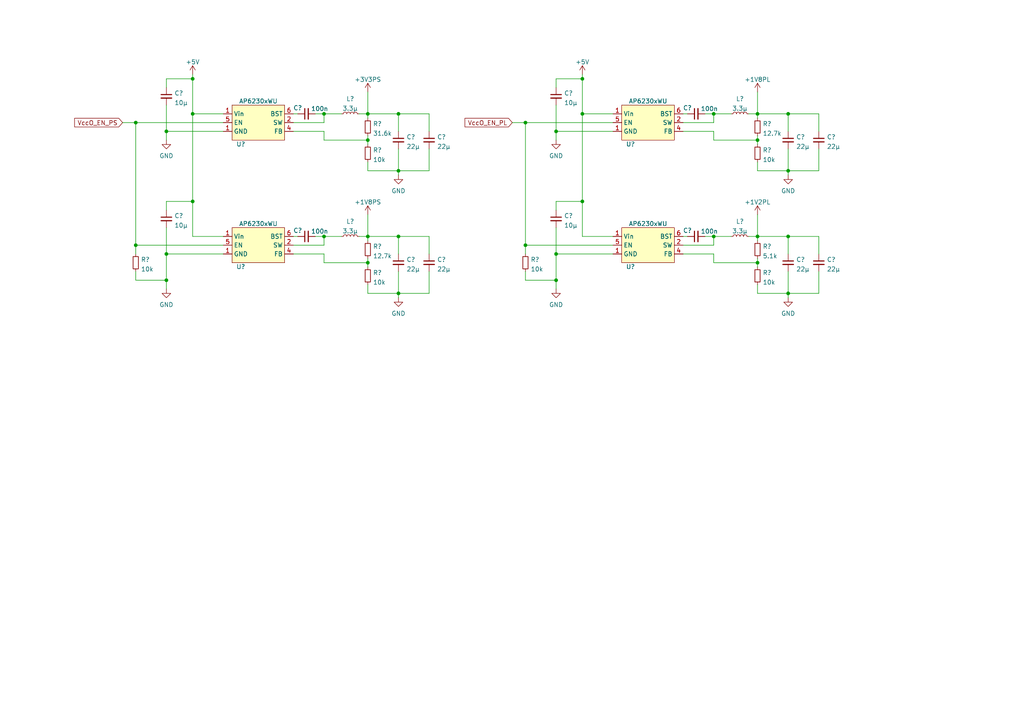
<source format=kicad_sch>
(kicad_sch (version 20210621) (generator eeschema)
  (paper "A4")
  (lib_symbols
    (symbol "Device:C_Small" (pin_numbers hide) (pin_names (offset 0.254) hide)
      (property "Reference" "C" (at 0.254 1.778 0))
      (property "Value" "C_Small" (at 0.254 -2.032 0))
      (symbol "C_Small_0_1"
        (polyline (pts (xy -1.524 -0.508) (xy 1.524 -0.508)) (stroke (width 0.3302)))
        (polyline (pts (xy -1.524 0.508) (xy 1.524 0.508)) (stroke (width 0.3048)))
      )
      (symbol "C_Small_1_1"
        (pin passive line (at 0 2.54 270) (length 2.032) (name "~") (number "1"))
        (pin passive line (at 0 -2.54 90) (length 2.032) (name "~") (number "2"))
      )
    )
    (symbol "Device:L_Small" (pin_numbers hide) (pin_names (offset 0.254) hide)
      (property "Reference" "L" (at 0.762 1.016 0))
      (property "Value" "L_Small" (at 0.762 -1.016 0))
      (symbol "L_Small_0_1"
        (arc (start 0 -2.032) (mid 0.508 -1.524) (end 0 -1.016))
        (arc (start 0 -1.016) (mid 0.508 -0.508) (end 0 0))
        (arc (start 0 0) (mid 0.508 0.508) (end 0 1.016))
        (arc (start 0 1.016) (mid 0.508 1.524) (end 0 2.032))
      )
      (symbol "L_Small_1_1"
        (pin passive line (at 0 2.54 270) (length 0.508) (name "~") (number "1"))
        (pin passive line (at 0 -2.54 90) (length 0.508) (name "~") (number "2"))
      )
    )
    (symbol "Device:R_Small" (pin_numbers hide) (pin_names (offset 0.254) hide)
      (property "Reference" "R" (at 0.762 0.508 0))
      (property "Value" "R_Small" (at 0.762 -1.016 0))
      (symbol "R_Small_0_1"
        (rectangle (start -0.762 1.778) (end 0.762 -1.778) (stroke (width 0.2032)))
      )
      (symbol "R_Small_1_1"
        (pin passive line (at 0 2.54 270) (length 0.762) (name "~") (number "1"))
        (pin passive line (at 0 -2.54 90) (length 0.762) (name "~") (number "2"))
      )
    )
    (symbol "meowality:+1V2PL" (power) (pin_names (offset 0))
      (property "Value" "+1V2PL" (at 0 3.556 0))
      (symbol "+1V2PL_0_1"
        (polyline (pts (xy -0.762 1.27) (xy 0 2.54)))
        (polyline (pts (xy 0 0) (xy 0 2.54)))
        (polyline (pts (xy 0 2.54) (xy 0.762 1.27)))
      )
      (symbol "+1V2PL_1_1"
        (pin power_in line (at 0 0 90) (length 0) hide (name "+1V2PL") (number "1"))
      )
    )
    (symbol "meowality:+1V8PL" (power) (pin_names (offset 0))
      (property "Value" "+1V8PL" (at 0 3.556 0))
      (symbol "+1V8PL_0_1"
        (polyline (pts (xy -0.762 1.27) (xy 0 2.54)))
        (polyline (pts (xy 0 0) (xy 0 2.54)))
        (polyline (pts (xy 0 2.54) (xy 0.762 1.27)))
      )
      (symbol "+1V8PL_1_1"
        (pin power_in line (at 0 0 90) (length 0) hide (name "+1V8PL") (number "1"))
      )
    )
    (symbol "meowality:+1V8PS" (power) (pin_names (offset 0))
      (property "Value" "+1V8PS" (at 0 3.556 0))
      (symbol "+1V8PS_0_1"
        (polyline (pts (xy -0.762 1.27) (xy 0 2.54)))
        (polyline (pts (xy 0 0) (xy 0 2.54)))
        (polyline (pts (xy 0 2.54) (xy 0.762 1.27)))
      )
      (symbol "+1V8PS_1_1"
        (pin power_in line (at 0 0 90) (length 0) hide (name "+1V8PS") (number "1"))
      )
    )
    (symbol "meowality:+3V3PS" (power) (pin_names (offset 0))
      (property "Value" "+3V3PS" (at 0 3.556 0))
      (symbol "+3V3PS_0_1"
        (polyline (pts (xy -0.762 1.27) (xy 0 2.54)))
        (polyline (pts (xy 0 0) (xy 0 2.54)))
        (polyline (pts (xy 0 2.54) (xy 0.762 1.27)))
      )
      (symbol "+3V3PS_1_1"
        (pin power_in line (at 0 0 90) (length 0) hide (name "+3V3PS") (number "1"))
      )
    )
    (symbol "meowality:AP6230xWU"
      (property "Reference" "U" (at -7.62 -6.35 0))
      (property "Value" "AP6230xWU" (at 0 6.35 0))
      (symbol "AP6230xWU_0_1"
        (rectangle (start -7.62 5.08) (end 7.62 -5.08) (stroke (width 0.1524)) (fill (type background)))
      )
      (symbol "AP6230xWU_1_1"
        (pin power_in line (at -10.16 -2.54 0) (length 2.54) (name "GND") (number "1"))
        (pin power_in line (at -10.16 2.54 0) (length 2.54) (name "Vin") (number "1"))
        (pin output line (at 10.16 0 180) (length 2.54) (name "SW") (number "2"))
        (pin input line (at 10.16 -2.54 180) (length 2.54) (name "FB") (number "4"))
        (pin input line (at -10.16 0 0) (length 2.54) (name "EN") (number "5"))
        (pin passive line (at 10.16 2.54 180) (length 2.54) (name "BST") (number "6"))
      )
    )
    (symbol "power:+5V" (power) (pin_names (offset 0))
      (property "Value" "+5V" (at 0 3.556 0))
      (symbol "+5V_0_1"
        (polyline (pts (xy -0.762 1.27) (xy 0 2.54)))
        (polyline (pts (xy 0 0) (xy 0 2.54)))
        (polyline (pts (xy 0 2.54) (xy 0.762 1.27)))
      )
      (symbol "+5V_1_1"
        (pin power_in line (at 0 0 90) (length 0) hide (name "+5V") (number "1"))
      )
    )
    (symbol "power:GND" (power) (pin_names (offset 0))
      (property "Value" "GND" (at 0 -3.81 0))
      (symbol "GND_0_1"
        (polyline (pts (xy 0 0) (xy 0 -1.27) (xy 1.27 -1.27) (xy 0 -2.54) (xy -1.27 -1.27) (xy 0 -1.27)))
      )
      (symbol "GND_1_1"
        (pin power_in line (at 0 0 270) (length 0) hide (name "GND") (number "1"))
      )
    )
  )
  (junction (at 39.37 35.56))
  (junction (at 39.37 71.12))
  (junction (at 48.26 38.1))
  (junction (at 48.26 73.66))
  (junction (at 48.26 81.28))
  (junction (at 55.88 22.86))
  (junction (at 55.88 33.02))
  (junction (at 55.88 58.42))
  (junction (at 93.98 33.02))
  (junction (at 93.98 68.58))
  (junction (at 106.68 33.02))
  (junction (at 106.68 40.64))
  (junction (at 106.68 68.58))
  (junction (at 106.68 76.2))
  (junction (at 115.57 33.02))
  (junction (at 115.57 49.53))
  (junction (at 115.57 68.58))
  (junction (at 115.57 85.09))
  (junction (at 152.4 35.56))
  (junction (at 152.4 71.12))
  (junction (at 161.29 38.1))
  (junction (at 161.29 73.66))
  (junction (at 161.29 81.28))
  (junction (at 168.91 22.86))
  (junction (at 168.91 33.02))
  (junction (at 168.91 58.42))
  (junction (at 207.01 33.02))
  (junction (at 207.01 68.58))
  (junction (at 219.71 33.02))
  (junction (at 219.71 40.64))
  (junction (at 219.71 68.58))
  (junction (at 219.71 76.2))
  (junction (at 228.6 33.02))
  (junction (at 228.6 49.53))
  (junction (at 228.6 68.58))
  (junction (at 228.6 85.09))
  (wire (pts (xy 35.56 35.56) (xy 39.37 35.56)))
  (wire (pts (xy 39.37 35.56) (xy 39.37 71.12)))
  (wire (pts (xy 39.37 35.56) (xy 64.77 35.56)))
  (wire (pts (xy 39.37 71.12) (xy 39.37 73.66)))
  (wire (pts (xy 39.37 78.74) (xy 39.37 81.28)))
  (wire (pts (xy 39.37 81.28) (xy 48.26 81.28)))
  (wire (pts (xy 48.26 22.86) (xy 55.88 22.86)))
  (wire (pts (xy 48.26 25.4) (xy 48.26 22.86)))
  (wire (pts (xy 48.26 30.48) (xy 48.26 38.1)))
  (wire (pts (xy 48.26 38.1) (xy 48.26 40.64)))
  (wire (pts (xy 48.26 38.1) (xy 64.77 38.1)))
  (wire (pts (xy 48.26 58.42) (xy 55.88 58.42)))
  (wire (pts (xy 48.26 60.96) (xy 48.26 58.42)))
  (wire (pts (xy 48.26 66.04) (xy 48.26 73.66)))
  (wire (pts (xy 48.26 73.66) (xy 48.26 81.28)))
  (wire (pts (xy 48.26 73.66) (xy 64.77 73.66)))
  (wire (pts (xy 48.26 81.28) (xy 48.26 83.82)))
  (wire (pts (xy 55.88 21.59) (xy 55.88 22.86)))
  (wire (pts (xy 55.88 22.86) (xy 55.88 33.02)))
  (wire (pts (xy 55.88 33.02) (xy 55.88 58.42)))
  (wire (pts (xy 55.88 33.02) (xy 64.77 33.02)))
  (wire (pts (xy 55.88 58.42) (xy 55.88 68.58)))
  (wire (pts (xy 55.88 68.58) (xy 64.77 68.58)))
  (wire (pts (xy 64.77 71.12) (xy 39.37 71.12)))
  (wire (pts (xy 85.09 33.02) (xy 86.36 33.02)))
  (wire (pts (xy 85.09 68.58) (xy 86.36 68.58)))
  (wire (pts (xy 91.44 33.02) (xy 93.98 33.02)))
  (wire (pts (xy 91.44 68.58) (xy 93.98 68.58)))
  (wire (pts (xy 93.98 33.02) (xy 93.98 35.56)))
  (wire (pts (xy 93.98 33.02) (xy 99.06 33.02)))
  (wire (pts (xy 93.98 35.56) (xy 85.09 35.56)))
  (wire (pts (xy 93.98 38.1) (xy 85.09 38.1)))
  (wire (pts (xy 93.98 40.64) (xy 93.98 38.1)))
  (wire (pts (xy 93.98 68.58) (xy 93.98 71.12)))
  (wire (pts (xy 93.98 68.58) (xy 99.06 68.58)))
  (wire (pts (xy 93.98 71.12) (xy 85.09 71.12)))
  (wire (pts (xy 93.98 73.66) (xy 85.09 73.66)))
  (wire (pts (xy 93.98 76.2) (xy 93.98 73.66)))
  (wire (pts (xy 104.14 33.02) (xy 106.68 33.02)))
  (wire (pts (xy 104.14 68.58) (xy 106.68 68.58)))
  (wire (pts (xy 106.68 26.67) (xy 106.68 33.02)))
  (wire (pts (xy 106.68 33.02) (xy 106.68 34.29)))
  (wire (pts (xy 106.68 39.37) (xy 106.68 40.64)))
  (wire (pts (xy 106.68 40.64) (xy 93.98 40.64)))
  (wire (pts (xy 106.68 40.64) (xy 106.68 41.91)))
  (wire (pts (xy 106.68 49.53) (xy 106.68 46.99)))
  (wire (pts (xy 106.68 49.53) (xy 115.57 49.53)))
  (wire (pts (xy 106.68 62.23) (xy 106.68 68.58)))
  (wire (pts (xy 106.68 68.58) (xy 106.68 69.85)))
  (wire (pts (xy 106.68 74.93) (xy 106.68 76.2)))
  (wire (pts (xy 106.68 76.2) (xy 93.98 76.2)))
  (wire (pts (xy 106.68 76.2) (xy 106.68 77.47)))
  (wire (pts (xy 106.68 85.09) (xy 106.68 82.55)))
  (wire (pts (xy 106.68 85.09) (xy 115.57 85.09)))
  (wire (pts (xy 115.57 33.02) (xy 106.68 33.02)))
  (wire (pts (xy 115.57 33.02) (xy 124.46 33.02)))
  (wire (pts (xy 115.57 38.1) (xy 115.57 33.02)))
  (wire (pts (xy 115.57 43.18) (xy 115.57 49.53)))
  (wire (pts (xy 115.57 50.8) (xy 115.57 49.53)))
  (wire (pts (xy 115.57 68.58) (xy 106.68 68.58)))
  (wire (pts (xy 115.57 68.58) (xy 124.46 68.58)))
  (wire (pts (xy 115.57 73.66) (xy 115.57 68.58)))
  (wire (pts (xy 115.57 78.74) (xy 115.57 85.09)))
  (wire (pts (xy 115.57 86.36) (xy 115.57 85.09)))
  (wire (pts (xy 124.46 33.02) (xy 124.46 38.1)))
  (wire (pts (xy 124.46 43.18) (xy 124.46 49.53)))
  (wire (pts (xy 124.46 49.53) (xy 115.57 49.53)))
  (wire (pts (xy 124.46 68.58) (xy 124.46 73.66)))
  (wire (pts (xy 124.46 78.74) (xy 124.46 85.09)))
  (wire (pts (xy 124.46 85.09) (xy 115.57 85.09)))
  (wire (pts (xy 148.59 35.56) (xy 152.4 35.56)))
  (wire (pts (xy 152.4 35.56) (xy 152.4 71.12)))
  (wire (pts (xy 152.4 35.56) (xy 177.8 35.56)))
  (wire (pts (xy 152.4 71.12) (xy 152.4 73.66)))
  (wire (pts (xy 152.4 78.74) (xy 152.4 81.28)))
  (wire (pts (xy 152.4 81.28) (xy 161.29 81.28)))
  (wire (pts (xy 161.29 22.86) (xy 168.91 22.86)))
  (wire (pts (xy 161.29 25.4) (xy 161.29 22.86)))
  (wire (pts (xy 161.29 30.48) (xy 161.29 38.1)))
  (wire (pts (xy 161.29 38.1) (xy 161.29 40.64)))
  (wire (pts (xy 161.29 38.1) (xy 177.8 38.1)))
  (wire (pts (xy 161.29 58.42) (xy 168.91 58.42)))
  (wire (pts (xy 161.29 60.96) (xy 161.29 58.42)))
  (wire (pts (xy 161.29 66.04) (xy 161.29 73.66)))
  (wire (pts (xy 161.29 73.66) (xy 161.29 81.28)))
  (wire (pts (xy 161.29 73.66) (xy 177.8 73.66)))
  (wire (pts (xy 161.29 81.28) (xy 161.29 83.82)))
  (wire (pts (xy 168.91 21.59) (xy 168.91 22.86)))
  (wire (pts (xy 168.91 22.86) (xy 168.91 33.02)))
  (wire (pts (xy 168.91 33.02) (xy 168.91 58.42)))
  (wire (pts (xy 168.91 33.02) (xy 177.8 33.02)))
  (wire (pts (xy 168.91 58.42) (xy 168.91 68.58)))
  (wire (pts (xy 168.91 68.58) (xy 177.8 68.58)))
  (wire (pts (xy 177.8 71.12) (xy 152.4 71.12)))
  (wire (pts (xy 198.12 33.02) (xy 199.39 33.02)))
  (wire (pts (xy 198.12 68.58) (xy 199.39 68.58)))
  (wire (pts (xy 204.47 33.02) (xy 207.01 33.02)))
  (wire (pts (xy 204.47 68.58) (xy 207.01 68.58)))
  (wire (pts (xy 207.01 33.02) (xy 207.01 35.56)))
  (wire (pts (xy 207.01 33.02) (xy 212.09 33.02)))
  (wire (pts (xy 207.01 35.56) (xy 198.12 35.56)))
  (wire (pts (xy 207.01 38.1) (xy 198.12 38.1)))
  (wire (pts (xy 207.01 40.64) (xy 207.01 38.1)))
  (wire (pts (xy 207.01 68.58) (xy 207.01 71.12)))
  (wire (pts (xy 207.01 68.58) (xy 212.09 68.58)))
  (wire (pts (xy 207.01 71.12) (xy 198.12 71.12)))
  (wire (pts (xy 207.01 73.66) (xy 198.12 73.66)))
  (wire (pts (xy 207.01 76.2) (xy 207.01 73.66)))
  (wire (pts (xy 217.17 33.02) (xy 219.71 33.02)))
  (wire (pts (xy 217.17 68.58) (xy 219.71 68.58)))
  (wire (pts (xy 219.71 26.67) (xy 219.71 33.02)))
  (wire (pts (xy 219.71 33.02) (xy 219.71 34.29)))
  (wire (pts (xy 219.71 39.37) (xy 219.71 40.64)))
  (wire (pts (xy 219.71 40.64) (xy 207.01 40.64)))
  (wire (pts (xy 219.71 40.64) (xy 219.71 41.91)))
  (wire (pts (xy 219.71 49.53) (xy 219.71 46.99)))
  (wire (pts (xy 219.71 49.53) (xy 228.6 49.53)))
  (wire (pts (xy 219.71 62.23) (xy 219.71 68.58)))
  (wire (pts (xy 219.71 68.58) (xy 219.71 69.85)))
  (wire (pts (xy 219.71 74.93) (xy 219.71 76.2)))
  (wire (pts (xy 219.71 76.2) (xy 207.01 76.2)))
  (wire (pts (xy 219.71 76.2) (xy 219.71 77.47)))
  (wire (pts (xy 219.71 85.09) (xy 219.71 82.55)))
  (wire (pts (xy 219.71 85.09) (xy 228.6 85.09)))
  (wire (pts (xy 228.6 33.02) (xy 219.71 33.02)))
  (wire (pts (xy 228.6 33.02) (xy 237.49 33.02)))
  (wire (pts (xy 228.6 38.1) (xy 228.6 33.02)))
  (wire (pts (xy 228.6 43.18) (xy 228.6 49.53)))
  (wire (pts (xy 228.6 50.8) (xy 228.6 49.53)))
  (wire (pts (xy 228.6 68.58) (xy 219.71 68.58)))
  (wire (pts (xy 228.6 68.58) (xy 237.49 68.58)))
  (wire (pts (xy 228.6 73.66) (xy 228.6 68.58)))
  (wire (pts (xy 228.6 78.74) (xy 228.6 85.09)))
  (wire (pts (xy 228.6 86.36) (xy 228.6 85.09)))
  (wire (pts (xy 237.49 33.02) (xy 237.49 38.1)))
  (wire (pts (xy 237.49 43.18) (xy 237.49 49.53)))
  (wire (pts (xy 237.49 49.53) (xy 228.6 49.53)))
  (wire (pts (xy 237.49 68.58) (xy 237.49 73.66)))
  (wire (pts (xy 237.49 78.74) (xy 237.49 85.09)))
  (wire (pts (xy 237.49 85.09) (xy 228.6 85.09)))
  (global_label "VccO_EN_PS" (shape input) (at 35.56 35.56 180) (property "Intersheet References" "${INTERSHEET_REFS}" (effects hide)))
  (global_label "VccO_EN_PL" (shape input) (at 148.59 35.56 180) (property "Intersheet References" "${INTERSHEET_REFS}" (effects hide)))
  (symbol (lib_id "power:+5V") (at 55.88 21.59 0) (unit 1)
    (property "Reference" "#PWR?" (effects hide))
    (property "Value" "+5V" (at 55.88 17.9855 0))
  )
  (symbol (lib_id "meowality:+3V3PS") (at 106.68 26.67 0) (unit 1)
    (property "Reference" "#PWR?" (effects hide))
    (property "Value" "+3V3PS" (at 106.68 23.0655 0))
  )
  (symbol (lib_id "meowality:+1V8PS") (at 106.68 62.23 0) (unit 1)
    (property "Reference" "#PWR?" (effects hide))
    (property "Value" "+1V8PS" (at 106.68 58.6255 0))
  )
  (symbol (lib_id "power:+5V") (at 168.91 21.59 0) (unit 1)
    (property "Reference" "#PWR?" (effects hide))
    (property "Value" "+5V" (at 168.91 17.9855 0))
  )
  (symbol (lib_id "meowality:+1V8PL") (at 219.71 26.67 0) (unit 1)
    (property "Reference" "#PWR?" (effects hide))
    (property "Value" "+1V8PL" (at 219.71 23.0655 0))
  )
  (symbol (lib_id "meowality:+1V2PL") (at 219.71 62.23 0) (unit 1)
    (property "Reference" "#PWR?" (effects hide))
    (property "Value" "+1V2PL" (at 219.71 58.6255 0))
  )
  (symbol (lib_id "Device:L_Small") (at 101.6 33.02 90) (unit 1)
    (property "Reference" "L?" (at 101.6 28.6724 90))
    (property "Value" "3.3µ" (at 101.6 31.4475 90))
  )
  (symbol (lib_id "Device:L_Small") (at 101.6 68.58 90) (unit 1)
    (property "Reference" "L?" (at 101.6 64.2324 90))
    (property "Value" "3.3µ" (at 101.6 67.0075 90))
  )
  (symbol (lib_id "Device:L_Small") (at 214.63 33.02 90) (unit 1)
    (property "Reference" "L?" (at 214.63 28.6724 90))
    (property "Value" "3.3µ" (at 214.63 31.4475 90))
  )
  (symbol (lib_id "Device:L_Small") (at 214.63 68.58 90) (unit 1)
    (property "Reference" "L?" (at 214.63 64.2324 90))
    (property "Value" "3.3µ" (at 214.63 67.0075 90))
  )
  (symbol (lib_id "power:GND") (at 48.26 40.64 0) (unit 1)
    (property "Reference" "#PWR?" (effects hide))
    (property "Value" "GND" (at 48.26 45.2024 0))
  )
  (symbol (lib_id "power:GND") (at 48.26 83.82 0) (unit 1)
    (property "Reference" "#PWR?" (effects hide))
    (property "Value" "GND" (at 48.26 88.3824 0))
  )
  (symbol (lib_id "power:GND") (at 115.57 50.8 0) (unit 1)
    (property "Reference" "#PWR?" (effects hide))
    (property "Value" "GND" (at 115.57 55.3624 0))
  )
  (symbol (lib_id "power:GND") (at 115.57 86.36 0) (unit 1)
    (property "Reference" "#PWR?" (effects hide))
    (property "Value" "GND" (at 115.57 90.9224 0))
  )
  (symbol (lib_id "power:GND") (at 161.29 40.64 0) (unit 1)
    (property "Reference" "#PWR?" (effects hide))
    (property "Value" "GND" (at 161.29 45.2024 0))
  )
  (symbol (lib_id "power:GND") (at 161.29 83.82 0) (unit 1)
    (property "Reference" "#PWR?" (effects hide))
    (property "Value" "GND" (at 161.29 88.3824 0))
  )
  (symbol (lib_id "power:GND") (at 228.6 50.8 0) (unit 1)
    (property "Reference" "#PWR?" (effects hide))
    (property "Value" "GND" (at 228.6 55.3624 0))
  )
  (symbol (lib_id "power:GND") (at 228.6 86.36 0) (unit 1)
    (property "Reference" "#PWR?" (effects hide))
    (property "Value" "GND" (at 228.6 90.9224 0))
  )
  (symbol (lib_id "Device:R_Small") (at 39.37 76.2 0) (unit 1)
    (property "Reference" "R?" (at 40.8686 75.2915 0) (effects (justify left)))
    (property "Value" "10k" (at 40.8686 78.0666 0) (effects (justify left)))
  )
  (symbol (lib_id "Device:R_Small") (at 106.68 36.83 0) (unit 1)
    (property "Reference" "R?" (at 108.1786 35.9215 0) (effects (justify left)))
    (property "Value" "31.6k" (at 108.1786 38.6966 0) (effects (justify left)))
  )
  (symbol (lib_id "Device:R_Small") (at 106.68 44.45 0) (unit 1)
    (property "Reference" "R?" (at 108.1786 43.5415 0) (effects (justify left)))
    (property "Value" "10k" (at 108.1786 46.3166 0) (effects (justify left)))
  )
  (symbol (lib_id "Device:R_Small") (at 106.68 72.39 0) (unit 1)
    (property "Reference" "R?" (at 108.1786 71.4815 0) (effects (justify left)))
    (property "Value" "12.7k" (at 108.1786 74.2566 0) (effects (justify left)))
  )
  (symbol (lib_id "Device:R_Small") (at 106.68 80.01 0) (unit 1)
    (property "Reference" "R?" (at 108.1786 79.1015 0) (effects (justify left)))
    (property "Value" "10k" (at 108.1786 81.8766 0) (effects (justify left)))
  )
  (symbol (lib_id "Device:R_Small") (at 152.4 76.2 0) (unit 1)
    (property "Reference" "R?" (at 153.8986 75.2915 0) (effects (justify left)))
    (property "Value" "10k" (at 153.8986 78.0666 0) (effects (justify left)))
  )
  (symbol (lib_id "Device:R_Small") (at 219.71 36.83 0) (unit 1)
    (property "Reference" "R?" (at 221.2086 35.9215 0) (effects (justify left)))
    (property "Value" "12.7k" (at 221.2086 38.6966 0) (effects (justify left)))
  )
  (symbol (lib_id "Device:R_Small") (at 219.71 44.45 0) (unit 1)
    (property "Reference" "R?" (at 221.2086 43.5415 0) (effects (justify left)))
    (property "Value" "10k" (at 221.2086 46.3166 0) (effects (justify left)))
  )
  (symbol (lib_id "Device:R_Small") (at 219.71 72.39 0) (unit 1)
    (property "Reference" "R?" (at 221.2086 71.4815 0) (effects (justify left)))
    (property "Value" "5.1k" (at 221.2086 74.2566 0) (effects (justify left)))
  )
  (symbol (lib_id "Device:R_Small") (at 219.71 80.01 0) (unit 1)
    (property "Reference" "R?" (at 221.2086 79.1015 0) (effects (justify left)))
    (property "Value" "10k" (at 221.2086 81.8766 0) (effects (justify left)))
  )
  (symbol (lib_id "Device:C_Small") (at 48.26 27.94 0) (unit 1)
    (property "Reference" "C?" (at 50.5841 27.0315 0) (effects (justify left)))
    (property "Value" "10µ" (at 50.5841 29.8066 0) (effects (justify left)))
  )
  (symbol (lib_id "Device:C_Small") (at 48.26 63.5 0) (unit 1)
    (property "Reference" "C?" (at 50.5841 62.5915 0) (effects (justify left)))
    (property "Value" "10µ" (at 50.5841 65.3666 0) (effects (justify left)))
  )
  (symbol (lib_id "Device:C_Small") (at 88.9 33.02 90) (unit 1)
    (property "Reference" "C?" (at 86.36 31.3014 90))
    (property "Value" "100n" (at 92.71 31.5365 90))
  )
  (symbol (lib_id "Device:C_Small") (at 88.9 68.58 90) (unit 1)
    (property "Reference" "C?" (at 86.36 66.8614 90))
    (property "Value" "100n" (at 92.71 67.0965 90))
  )
  (symbol (lib_id "Device:C_Small") (at 115.57 40.64 0) (unit 1)
    (property "Reference" "C?" (at 117.8941 39.7315 0) (effects (justify left)))
    (property "Value" "22µ" (at 117.8941 42.5066 0) (effects (justify left)))
  )
  (symbol (lib_id "Device:C_Small") (at 115.57 76.2 0) (unit 1)
    (property "Reference" "C?" (at 117.8941 75.2915 0) (effects (justify left)))
    (property "Value" "22µ" (at 117.8941 78.0666 0) (effects (justify left)))
  )
  (symbol (lib_id "Device:C_Small") (at 124.46 40.64 0) (unit 1)
    (property "Reference" "C?" (at 126.7841 39.7315 0) (effects (justify left)))
    (property "Value" "22µ" (at 126.7841 42.5066 0) (effects (justify left)))
  )
  (symbol (lib_id "Device:C_Small") (at 124.46 76.2 0) (unit 1)
    (property "Reference" "C?" (at 126.7841 75.2915 0) (effects (justify left)))
    (property "Value" "22µ" (at 126.7841 78.0666 0) (effects (justify left)))
  )
  (symbol (lib_id "Device:C_Small") (at 161.29 27.94 0) (unit 1)
    (property "Reference" "C?" (at 163.6141 27.0315 0) (effects (justify left)))
    (property "Value" "10µ" (at 163.6141 29.8066 0) (effects (justify left)))
  )
  (symbol (lib_id "Device:C_Small") (at 161.29 63.5 0) (unit 1)
    (property "Reference" "C?" (at 163.6141 62.5915 0) (effects (justify left)))
    (property "Value" "10µ" (at 163.6141 65.3666 0) (effects (justify left)))
  )
  (symbol (lib_id "Device:C_Small") (at 201.93 33.02 90) (unit 1)
    (property "Reference" "C?" (at 199.39 31.3014 90))
    (property "Value" "100n" (at 205.74 31.5365 90))
  )
  (symbol (lib_id "Device:C_Small") (at 201.93 68.58 90) (unit 1)
    (property "Reference" "C?" (at 199.39 66.8614 90))
    (property "Value" "100n" (at 205.74 67.0965 90))
  )
  (symbol (lib_id "Device:C_Small") (at 228.6 40.64 0) (unit 1)
    (property "Reference" "C?" (at 230.9241 39.7315 0) (effects (justify left)))
    (property "Value" "22µ" (at 230.9241 42.5066 0) (effects (justify left)))
  )
  (symbol (lib_id "Device:C_Small") (at 228.6 76.2 0) (unit 1)
    (property "Reference" "C?" (at 230.9241 75.2915 0) (effects (justify left)))
    (property "Value" "22µ" (at 230.9241 78.0666 0) (effects (justify left)))
  )
  (symbol (lib_id "Device:C_Small") (at 237.49 40.64 0) (unit 1)
    (property "Reference" "C?" (at 239.8141 39.7315 0) (effects (justify left)))
    (property "Value" "22µ" (at 239.8141 42.5066 0) (effects (justify left)))
  )
  (symbol (lib_id "Device:C_Small") (at 237.49 76.2 0) (unit 1)
    (property "Reference" "C?" (at 239.8141 75.2915 0) (effects (justify left)))
    (property "Value" "22µ" (at 239.8141 78.0666 0) (effects (justify left)))
  )
  (symbol (lib_id "meowality:AP6230xWU") (at 74.93 35.56 0) (unit 1)
    (property "Reference" "U?" (at 69.85 41.8043 0))
    (property "Value" "AP6230xWU" (at 74.93 29.3394 0))
  )
  (symbol (lib_id "meowality:AP6230xWU") (at 74.93 71.12 0) (unit 1)
    (property "Reference" "U?" (at 69.85 77.3643 0))
    (property "Value" "AP6230xWU" (at 74.93 64.8994 0))
  )
  (symbol (lib_id "meowality:AP6230xWU") (at 187.96 35.56 0) (unit 1)
    (property "Reference" "U?" (at 182.88 41.8043 0))
    (property "Value" "AP6230xWU" (at 187.96 29.3394 0))
  )
  (symbol (lib_id "meowality:AP6230xWU") (at 187.96 71.12 0) (unit 1)
    (property "Reference" "U?" (at 182.88 77.3643 0))
    (property "Value" "AP6230xWU" (at 187.96 64.8994 0))
  )
)
</source>
